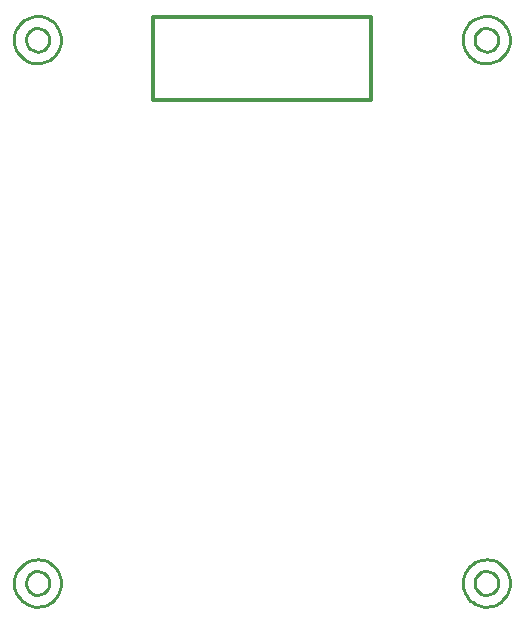
<source format=gko>
G04*
G04 #@! TF.GenerationSoftware,Altium Limited,Altium Designer,22.11.1 (43)*
G04*
G04 Layer_Color=16711935*
%FSLAX25Y25*%
%MOIN*%
G70*
G04*
G04 #@! TF.SameCoordinates,76B60832-644B-4AE7-BD70-8BB73C9281A9*
G04*
G04*
G04 #@! TF.FilePolarity,Positive*
G04*
G01*
G75*
%ADD11C,0.01000*%
%ADD88C,0.01200*%
D11*
X11811Y188976D02*
X11687Y189955D01*
X11324Y190873D01*
X10744Y191672D01*
X9984Y192300D01*
X9091Y192721D01*
X8121Y192906D01*
X7136Y192844D01*
X6198Y192539D01*
X5364Y192010D01*
X4689Y191290D01*
X4214Y190426D01*
X3968Y189470D01*
Y188483D01*
X4214Y187527D01*
X4689Y186662D01*
X5364Y185943D01*
X6198Y185414D01*
X7136Y185109D01*
X8121Y185047D01*
X9091Y185232D01*
X9984Y185652D01*
X10744Y186281D01*
X11324Y187080D01*
X11687Y187997D01*
X11811Y188976D01*
X161417Y188976D02*
X161294Y189955D01*
X160930Y190873D01*
X160350Y191672D01*
X159590Y192300D01*
X158697Y192721D01*
X157728Y192906D01*
X156743Y192844D01*
X155804Y192539D01*
X154971Y192010D01*
X154295Y191290D01*
X153820Y190426D01*
X153574Y189470D01*
Y188483D01*
X153820Y187527D01*
X154295Y186662D01*
X154971Y185943D01*
X155804Y185414D01*
X156743Y185109D01*
X157728Y185047D01*
X158697Y185232D01*
X159590Y185652D01*
X160350Y186281D01*
X160930Y187080D01*
X161294Y187997D01*
X161417Y188976D01*
Y7874D02*
X161294Y8853D01*
X160930Y9771D01*
X160350Y10569D01*
X159590Y11198D01*
X158697Y11618D01*
X157728Y11803D01*
X156743Y11741D01*
X155804Y11436D01*
X154971Y10908D01*
X154295Y10188D01*
X153820Y9323D01*
X153574Y8367D01*
Y7381D01*
X153820Y6425D01*
X154295Y5560D01*
X154971Y4840D01*
X155804Y4312D01*
X156743Y4007D01*
X157728Y3945D01*
X158697Y4130D01*
X159590Y4550D01*
X160350Y5179D01*
X160930Y5977D01*
X161294Y6895D01*
X161417Y7874D01*
X11811Y7874D02*
X11687Y8853D01*
X11324Y9771D01*
X10744Y10569D01*
X9984Y11198D01*
X9091Y11618D01*
X8121Y11803D01*
X7136Y11741D01*
X6198Y11436D01*
X5364Y10908D01*
X4689Y10188D01*
X4214Y9323D01*
X3968Y8367D01*
Y7381D01*
X4214Y6425D01*
X4689Y5560D01*
X5364Y4840D01*
X6198Y4312D01*
X7136Y4007D01*
X8121Y3945D01*
X9091Y4130D01*
X9984Y4550D01*
X10744Y5179D01*
X11324Y5977D01*
X11687Y6895D01*
X11811Y7874D01*
X15748Y7874D02*
X15683Y8881D01*
X15491Y9871D01*
X15173Y10829D01*
X14735Y11738D01*
X14184Y12584D01*
X13530Y13352D01*
X12783Y14030D01*
X11956Y14607D01*
X11061Y15074D01*
X10114Y15423D01*
X9131Y15647D01*
X8126Y15744D01*
X7118Y15712D01*
X6122Y15551D01*
X5155Y15263D01*
X4232Y14855D01*
X3369Y14332D01*
X2580Y13703D01*
X1878Y12978D01*
X1275Y12170D01*
X780Y11290D01*
X401Y10355D01*
X145Y9379D01*
X16Y8378D01*
Y7369D01*
X145Y6369D01*
X401Y5393D01*
X780Y4458D01*
X1275Y3579D01*
X1878Y2770D01*
X2580Y2045D01*
X3369Y1416D01*
X4232Y893D01*
X5155Y484D01*
X6122Y197D01*
X7118Y36D01*
X8126Y4D01*
X9131Y101D01*
X10114Y326D01*
X11061Y674D01*
X11956Y1141D01*
X12783Y1718D01*
X13530Y2396D01*
X14184Y3164D01*
X14735Y4010D01*
X15173Y4919D01*
X15491Y5877D01*
X15683Y6867D01*
X15748Y7874D01*
Y188976D02*
X15683Y189983D01*
X15491Y190974D01*
X15173Y191931D01*
X14735Y192840D01*
X14184Y193686D01*
X13530Y194454D01*
X12783Y195133D01*
X11956Y195710D01*
X11061Y196177D01*
X10114Y196525D01*
X9131Y196749D01*
X8126Y196846D01*
X7118Y196814D01*
X6122Y196653D01*
X5155Y196366D01*
X4232Y195958D01*
X3369Y195434D01*
X2580Y194805D01*
X1878Y194080D01*
X1275Y193272D01*
X780Y192393D01*
X401Y191457D01*
X145Y190482D01*
X16Y189481D01*
Y188472D01*
X145Y187471D01*
X401Y186495D01*
X780Y185560D01*
X1275Y184681D01*
X1878Y183872D01*
X2580Y183147D01*
X3369Y182518D01*
X4232Y181995D01*
X5155Y181587D01*
X6122Y181300D01*
X7118Y181139D01*
X8126Y181106D01*
X9131Y181203D01*
X10114Y181428D01*
X11061Y181776D01*
X11956Y182243D01*
X12783Y182820D01*
X13530Y183499D01*
X14184Y184267D01*
X14735Y185112D01*
X15173Y186021D01*
X15491Y186979D01*
X15683Y187970D01*
X15748Y188976D01*
X165354Y7874D02*
X165290Y8881D01*
X165097Y9871D01*
X164779Y10829D01*
X164341Y11738D01*
X163791Y12584D01*
X163137Y13352D01*
X162390Y14030D01*
X161562Y14607D01*
X160668Y15074D01*
X159721Y15423D01*
X158737Y15647D01*
X157733Y15744D01*
X156724Y15712D01*
X155728Y15551D01*
X154761Y15263D01*
X153838Y14855D01*
X152975Y14332D01*
X152187Y13703D01*
X151485Y12978D01*
X150881Y12170D01*
X150386Y11290D01*
X150007Y10355D01*
X149751Y9379D01*
X149622Y8378D01*
Y7369D01*
X149751Y6369D01*
X150007Y5393D01*
X150386Y4458D01*
X150881Y3579D01*
X151485Y2770D01*
X152187Y2045D01*
X152975Y1416D01*
X153838Y893D01*
X154761Y484D01*
X155728Y197D01*
X156724Y36D01*
X157733Y4D01*
X158737Y101D01*
X159721Y326D01*
X160668Y674D01*
X161562Y1141D01*
X162390Y1718D01*
X163137Y2396D01*
X163791Y3164D01*
X164341Y4010D01*
X164779Y4919D01*
X165097Y5877D01*
X165290Y6867D01*
X165354Y7874D01*
Y188976D02*
X165290Y189983D01*
X165097Y190974D01*
X164779Y191931D01*
X164341Y192840D01*
X163791Y193686D01*
X163137Y194454D01*
X162390Y195133D01*
X161562Y195710D01*
X160668Y196177D01*
X159721Y196525D01*
X158737Y196749D01*
X157733Y196846D01*
X156724Y196814D01*
X155728Y196653D01*
X154761Y196366D01*
X153838Y195958D01*
X152975Y195434D01*
X152187Y194805D01*
X151485Y194080D01*
X150881Y193272D01*
X150386Y192393D01*
X150007Y191457D01*
X149751Y190482D01*
X149622Y189481D01*
Y188472D01*
X149751Y187471D01*
X150007Y186495D01*
X150386Y185560D01*
X150881Y184681D01*
X151485Y183872D01*
X152187Y183147D01*
X152975Y182518D01*
X153838Y181995D01*
X154761Y181587D01*
X155728Y181300D01*
X156724Y181139D01*
X157733Y181106D01*
X158737Y181203D01*
X159721Y181428D01*
X160668Y181776D01*
X161562Y182243D01*
X162390Y182820D01*
X163137Y183499D01*
X163791Y184267D01*
X164341Y185112D01*
X164779Y186021D01*
X165097Y186979D01*
X165290Y187970D01*
X165354Y188976D01*
D88*
X46500Y196500D02*
X119000D01*
Y169000D02*
Y196500D01*
X46500Y169000D02*
X119000D01*
X46500D02*
Y196500D01*
M02*

</source>
